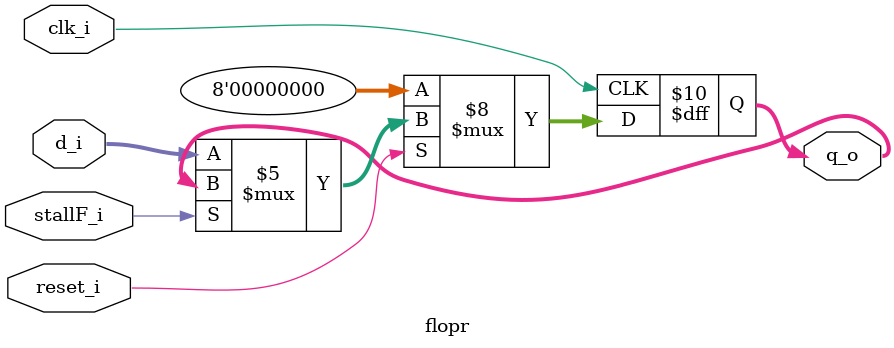
<source format=sv>
`timescale 1ns / 1ps

module flopr #(
parameter WIDTH = 8
)
(
    input  logic             clk_i, 
    input  logic             reset_i,
    input  logic             stallF_i,
    input  logic [WIDTH-1:0] d_i,
    
    output logic [WIDTH-1:0] q_o
);
always_ff @(posedge clk_i)begin

    if (!reset_i)begin
        q_o <= 0;
        end
    else begin
    
        if (stallF_i == 0)begin
            q_o <= d_i;
            end
            
        else begin
            q_o <= q_o;
            end
            
        end

end 

endmodule
</source>
